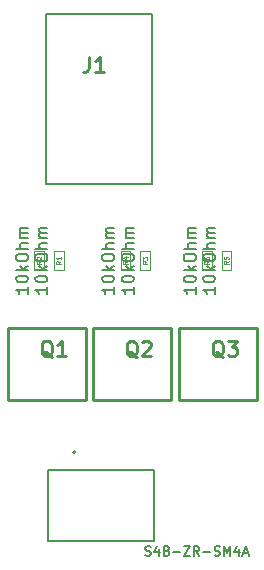
<source format=gbr>
%TF.GenerationSoftware,KiCad,Pcbnew,7.0.7*%
%TF.CreationDate,2024-03-20T19:05:46+01:00*%
%TF.ProjectId,DriverRGB_v2,44726976-6572-4524-9742-5f76322e6b69,v02*%
%TF.SameCoordinates,Original*%
%TF.FileFunction,AssemblyDrawing,Top*%
%FSLAX46Y46*%
G04 Gerber Fmt 4.6, Leading zero omitted, Abs format (unit mm)*
G04 Created by KiCad (PCBNEW 7.0.7) date 2024-03-20 19:05:46*
%MOMM*%
%LPD*%
G01*
G04 APERTURE LIST*
%ADD10C,0.254000*%
%ADD11C,0.150000*%
%ADD12C,0.060000*%
%ADD13C,0.127000*%
%ADD14C,0.200000*%
%ADD15C,0.100000*%
G04 APERTURE END LIST*
D10*
X142886847Y-104972720D02*
X142765895Y-104912244D01*
X142765895Y-104912244D02*
X142644942Y-104791292D01*
X142644942Y-104791292D02*
X142463514Y-104609863D01*
X142463514Y-104609863D02*
X142342561Y-104549387D01*
X142342561Y-104549387D02*
X142221609Y-104549387D01*
X142282085Y-104851768D02*
X142161133Y-104791292D01*
X142161133Y-104791292D02*
X142040180Y-104670339D01*
X142040180Y-104670339D02*
X141979704Y-104428434D01*
X141979704Y-104428434D02*
X141979704Y-104005101D01*
X141979704Y-104005101D02*
X142040180Y-103763196D01*
X142040180Y-103763196D02*
X142161133Y-103642244D01*
X142161133Y-103642244D02*
X142282085Y-103581768D01*
X142282085Y-103581768D02*
X142523990Y-103581768D01*
X142523990Y-103581768D02*
X142644942Y-103642244D01*
X142644942Y-103642244D02*
X142765895Y-103763196D01*
X142765895Y-103763196D02*
X142826371Y-104005101D01*
X142826371Y-104005101D02*
X142826371Y-104428434D01*
X142826371Y-104428434D02*
X142765895Y-104670339D01*
X142765895Y-104670339D02*
X142644942Y-104791292D01*
X142644942Y-104791292D02*
X142523990Y-104851768D01*
X142523990Y-104851768D02*
X142282085Y-104851768D01*
X144035895Y-104851768D02*
X143310180Y-104851768D01*
X143673037Y-104851768D02*
X143673037Y-103581768D01*
X143673037Y-103581768D02*
X143552085Y-103763196D01*
X143552085Y-103763196D02*
X143431133Y-103884149D01*
X143431133Y-103884149D02*
X143310180Y-103944625D01*
D11*
X150754942Y-121727400D02*
X150869228Y-121765495D01*
X150869228Y-121765495D02*
X151059704Y-121765495D01*
X151059704Y-121765495D02*
X151135895Y-121727400D01*
X151135895Y-121727400D02*
X151173990Y-121689304D01*
X151173990Y-121689304D02*
X151212085Y-121613114D01*
X151212085Y-121613114D02*
X151212085Y-121536923D01*
X151212085Y-121536923D02*
X151173990Y-121460733D01*
X151173990Y-121460733D02*
X151135895Y-121422638D01*
X151135895Y-121422638D02*
X151059704Y-121384542D01*
X151059704Y-121384542D02*
X150907323Y-121346447D01*
X150907323Y-121346447D02*
X150831133Y-121308352D01*
X150831133Y-121308352D02*
X150793038Y-121270257D01*
X150793038Y-121270257D02*
X150754942Y-121194066D01*
X150754942Y-121194066D02*
X150754942Y-121117876D01*
X150754942Y-121117876D02*
X150793038Y-121041685D01*
X150793038Y-121041685D02*
X150831133Y-121003590D01*
X150831133Y-121003590D02*
X150907323Y-120965495D01*
X150907323Y-120965495D02*
X151097800Y-120965495D01*
X151097800Y-120965495D02*
X151212085Y-121003590D01*
X151897800Y-121232161D02*
X151897800Y-121765495D01*
X151707324Y-120927400D02*
X151516847Y-121498828D01*
X151516847Y-121498828D02*
X152012086Y-121498828D01*
X152583514Y-121346447D02*
X152697800Y-121384542D01*
X152697800Y-121384542D02*
X152735895Y-121422638D01*
X152735895Y-121422638D02*
X152773991Y-121498828D01*
X152773991Y-121498828D02*
X152773991Y-121613114D01*
X152773991Y-121613114D02*
X152735895Y-121689304D01*
X152735895Y-121689304D02*
X152697800Y-121727400D01*
X152697800Y-121727400D02*
X152621610Y-121765495D01*
X152621610Y-121765495D02*
X152316848Y-121765495D01*
X152316848Y-121765495D02*
X152316848Y-120965495D01*
X152316848Y-120965495D02*
X152583514Y-120965495D01*
X152583514Y-120965495D02*
X152659705Y-121003590D01*
X152659705Y-121003590D02*
X152697800Y-121041685D01*
X152697800Y-121041685D02*
X152735895Y-121117876D01*
X152735895Y-121117876D02*
X152735895Y-121194066D01*
X152735895Y-121194066D02*
X152697800Y-121270257D01*
X152697800Y-121270257D02*
X152659705Y-121308352D01*
X152659705Y-121308352D02*
X152583514Y-121346447D01*
X152583514Y-121346447D02*
X152316848Y-121346447D01*
X153116848Y-121460733D02*
X153726372Y-121460733D01*
X154031133Y-120965495D02*
X154564467Y-120965495D01*
X154564467Y-120965495D02*
X154031133Y-121765495D01*
X154031133Y-121765495D02*
X154564467Y-121765495D01*
X155326372Y-121765495D02*
X155059705Y-121384542D01*
X154869229Y-121765495D02*
X154869229Y-120965495D01*
X154869229Y-120965495D02*
X155173991Y-120965495D01*
X155173991Y-120965495D02*
X155250181Y-121003590D01*
X155250181Y-121003590D02*
X155288276Y-121041685D01*
X155288276Y-121041685D02*
X155326372Y-121117876D01*
X155326372Y-121117876D02*
X155326372Y-121232161D01*
X155326372Y-121232161D02*
X155288276Y-121308352D01*
X155288276Y-121308352D02*
X155250181Y-121346447D01*
X155250181Y-121346447D02*
X155173991Y-121384542D01*
X155173991Y-121384542D02*
X154869229Y-121384542D01*
X155669229Y-121460733D02*
X156278753Y-121460733D01*
X156621609Y-121727400D02*
X156735895Y-121765495D01*
X156735895Y-121765495D02*
X156926371Y-121765495D01*
X156926371Y-121765495D02*
X157002562Y-121727400D01*
X157002562Y-121727400D02*
X157040657Y-121689304D01*
X157040657Y-121689304D02*
X157078752Y-121613114D01*
X157078752Y-121613114D02*
X157078752Y-121536923D01*
X157078752Y-121536923D02*
X157040657Y-121460733D01*
X157040657Y-121460733D02*
X157002562Y-121422638D01*
X157002562Y-121422638D02*
X156926371Y-121384542D01*
X156926371Y-121384542D02*
X156773990Y-121346447D01*
X156773990Y-121346447D02*
X156697800Y-121308352D01*
X156697800Y-121308352D02*
X156659705Y-121270257D01*
X156659705Y-121270257D02*
X156621609Y-121194066D01*
X156621609Y-121194066D02*
X156621609Y-121117876D01*
X156621609Y-121117876D02*
X156659705Y-121041685D01*
X156659705Y-121041685D02*
X156697800Y-121003590D01*
X156697800Y-121003590D02*
X156773990Y-120965495D01*
X156773990Y-120965495D02*
X156964467Y-120965495D01*
X156964467Y-120965495D02*
X157078752Y-121003590D01*
X157421610Y-121765495D02*
X157421610Y-120965495D01*
X157421610Y-120965495D02*
X157688276Y-121536923D01*
X157688276Y-121536923D02*
X157954943Y-120965495D01*
X157954943Y-120965495D02*
X157954943Y-121765495D01*
X158678753Y-121232161D02*
X158678753Y-121765495D01*
X158488277Y-120927400D02*
X158297800Y-121498828D01*
X158297800Y-121498828D02*
X158793039Y-121498828D01*
X159059705Y-121536923D02*
X159440658Y-121536923D01*
X158983515Y-121765495D02*
X159250182Y-120965495D01*
X159250182Y-120965495D02*
X159516848Y-121765495D01*
D10*
X145978667Y-79532718D02*
X145978667Y-80439861D01*
X145978667Y-80439861D02*
X145918190Y-80621289D01*
X145918190Y-80621289D02*
X145797238Y-80742242D01*
X145797238Y-80742242D02*
X145615809Y-80802718D01*
X145615809Y-80802718D02*
X145494857Y-80802718D01*
X147248667Y-80802718D02*
X146522952Y-80802718D01*
X146885809Y-80802718D02*
X146885809Y-79532718D01*
X146885809Y-79532718D02*
X146764857Y-79714146D01*
X146764857Y-79714146D02*
X146643905Y-79835099D01*
X146643905Y-79835099D02*
X146522952Y-79895575D01*
D11*
X140807619Y-99012095D02*
X140807619Y-99583523D01*
X140807619Y-99297809D02*
X139807619Y-99297809D01*
X139807619Y-99297809D02*
X139950476Y-99393047D01*
X139950476Y-99393047D02*
X140045714Y-99488285D01*
X140045714Y-99488285D02*
X140093333Y-99583523D01*
X139807619Y-98393047D02*
X139807619Y-98297809D01*
X139807619Y-98297809D02*
X139855238Y-98202571D01*
X139855238Y-98202571D02*
X139902857Y-98154952D01*
X139902857Y-98154952D02*
X139998095Y-98107333D01*
X139998095Y-98107333D02*
X140188571Y-98059714D01*
X140188571Y-98059714D02*
X140426666Y-98059714D01*
X140426666Y-98059714D02*
X140617142Y-98107333D01*
X140617142Y-98107333D02*
X140712380Y-98154952D01*
X140712380Y-98154952D02*
X140760000Y-98202571D01*
X140760000Y-98202571D02*
X140807619Y-98297809D01*
X140807619Y-98297809D02*
X140807619Y-98393047D01*
X140807619Y-98393047D02*
X140760000Y-98488285D01*
X140760000Y-98488285D02*
X140712380Y-98535904D01*
X140712380Y-98535904D02*
X140617142Y-98583523D01*
X140617142Y-98583523D02*
X140426666Y-98631142D01*
X140426666Y-98631142D02*
X140188571Y-98631142D01*
X140188571Y-98631142D02*
X139998095Y-98583523D01*
X139998095Y-98583523D02*
X139902857Y-98535904D01*
X139902857Y-98535904D02*
X139855238Y-98488285D01*
X139855238Y-98488285D02*
X139807619Y-98393047D01*
X140807619Y-97631142D02*
X139807619Y-97631142D01*
X140426666Y-97535904D02*
X140807619Y-97250190D01*
X140140952Y-97250190D02*
X140521904Y-97631142D01*
X139807619Y-96631142D02*
X139807619Y-96440666D01*
X139807619Y-96440666D02*
X139855238Y-96345428D01*
X139855238Y-96345428D02*
X139950476Y-96250190D01*
X139950476Y-96250190D02*
X140140952Y-96202571D01*
X140140952Y-96202571D02*
X140474285Y-96202571D01*
X140474285Y-96202571D02*
X140664761Y-96250190D01*
X140664761Y-96250190D02*
X140760000Y-96345428D01*
X140760000Y-96345428D02*
X140807619Y-96440666D01*
X140807619Y-96440666D02*
X140807619Y-96631142D01*
X140807619Y-96631142D02*
X140760000Y-96726380D01*
X140760000Y-96726380D02*
X140664761Y-96821618D01*
X140664761Y-96821618D02*
X140474285Y-96869237D01*
X140474285Y-96869237D02*
X140140952Y-96869237D01*
X140140952Y-96869237D02*
X139950476Y-96821618D01*
X139950476Y-96821618D02*
X139855238Y-96726380D01*
X139855238Y-96726380D02*
X139807619Y-96631142D01*
X140807619Y-95773999D02*
X139807619Y-95773999D01*
X140807619Y-95345428D02*
X140283809Y-95345428D01*
X140283809Y-95345428D02*
X140188571Y-95393047D01*
X140188571Y-95393047D02*
X140140952Y-95488285D01*
X140140952Y-95488285D02*
X140140952Y-95631142D01*
X140140952Y-95631142D02*
X140188571Y-95726380D01*
X140188571Y-95726380D02*
X140236190Y-95773999D01*
X140807619Y-94869237D02*
X140140952Y-94869237D01*
X140236190Y-94869237D02*
X140188571Y-94821618D01*
X140188571Y-94821618D02*
X140140952Y-94726380D01*
X140140952Y-94726380D02*
X140140952Y-94583523D01*
X140140952Y-94583523D02*
X140188571Y-94488285D01*
X140188571Y-94488285D02*
X140283809Y-94440666D01*
X140283809Y-94440666D02*
X140807619Y-94440666D01*
X140283809Y-94440666D02*
X140188571Y-94393047D01*
X140188571Y-94393047D02*
X140140952Y-94297809D01*
X140140952Y-94297809D02*
X140140952Y-94154952D01*
X140140952Y-94154952D02*
X140188571Y-94059713D01*
X140188571Y-94059713D02*
X140283809Y-94012094D01*
X140283809Y-94012094D02*
X140807619Y-94012094D01*
D12*
X141964727Y-96840666D02*
X141774251Y-96973999D01*
X141964727Y-97069237D02*
X141564727Y-97069237D01*
X141564727Y-97069237D02*
X141564727Y-96916856D01*
X141564727Y-96916856D02*
X141583775Y-96878761D01*
X141583775Y-96878761D02*
X141602822Y-96859714D01*
X141602822Y-96859714D02*
X141640918Y-96840666D01*
X141640918Y-96840666D02*
X141698060Y-96840666D01*
X141698060Y-96840666D02*
X141736156Y-96859714D01*
X141736156Y-96859714D02*
X141755203Y-96878761D01*
X141755203Y-96878761D02*
X141774251Y-96916856D01*
X141774251Y-96916856D02*
X141774251Y-97069237D01*
X141602822Y-96688285D02*
X141583775Y-96669237D01*
X141583775Y-96669237D02*
X141564727Y-96631142D01*
X141564727Y-96631142D02*
X141564727Y-96535904D01*
X141564727Y-96535904D02*
X141583775Y-96497809D01*
X141583775Y-96497809D02*
X141602822Y-96478761D01*
X141602822Y-96478761D02*
X141640918Y-96459714D01*
X141640918Y-96459714D02*
X141679013Y-96459714D01*
X141679013Y-96459714D02*
X141736156Y-96478761D01*
X141736156Y-96478761D02*
X141964727Y-96707333D01*
X141964727Y-96707333D02*
X141964727Y-96459714D01*
D10*
X157370847Y-104988070D02*
X157249895Y-104927594D01*
X157249895Y-104927594D02*
X157128942Y-104806642D01*
X157128942Y-104806642D02*
X156947514Y-104625213D01*
X156947514Y-104625213D02*
X156826561Y-104564737D01*
X156826561Y-104564737D02*
X156705609Y-104564737D01*
X156766085Y-104867118D02*
X156645133Y-104806642D01*
X156645133Y-104806642D02*
X156524180Y-104685689D01*
X156524180Y-104685689D02*
X156463704Y-104443784D01*
X156463704Y-104443784D02*
X156463704Y-104020451D01*
X156463704Y-104020451D02*
X156524180Y-103778546D01*
X156524180Y-103778546D02*
X156645133Y-103657594D01*
X156645133Y-103657594D02*
X156766085Y-103597118D01*
X156766085Y-103597118D02*
X157007990Y-103597118D01*
X157007990Y-103597118D02*
X157128942Y-103657594D01*
X157128942Y-103657594D02*
X157249895Y-103778546D01*
X157249895Y-103778546D02*
X157310371Y-104020451D01*
X157310371Y-104020451D02*
X157310371Y-104443784D01*
X157310371Y-104443784D02*
X157249895Y-104685689D01*
X157249895Y-104685689D02*
X157128942Y-104806642D01*
X157128942Y-104806642D02*
X157007990Y-104867118D01*
X157007990Y-104867118D02*
X156766085Y-104867118D01*
X157733704Y-103597118D02*
X158519895Y-103597118D01*
X158519895Y-103597118D02*
X158096561Y-104080927D01*
X158096561Y-104080927D02*
X158277990Y-104080927D01*
X158277990Y-104080927D02*
X158398942Y-104141403D01*
X158398942Y-104141403D02*
X158459418Y-104201880D01*
X158459418Y-104201880D02*
X158519895Y-104322832D01*
X158519895Y-104322832D02*
X158519895Y-104625213D01*
X158519895Y-104625213D02*
X158459418Y-104746165D01*
X158459418Y-104746165D02*
X158398942Y-104806642D01*
X158398942Y-104806642D02*
X158277990Y-104867118D01*
X158277990Y-104867118D02*
X157915133Y-104867118D01*
X157915133Y-104867118D02*
X157794180Y-104806642D01*
X157794180Y-104806642D02*
X157733704Y-104746165D01*
D11*
X142458619Y-99012095D02*
X142458619Y-99583523D01*
X142458619Y-99297809D02*
X141458619Y-99297809D01*
X141458619Y-99297809D02*
X141601476Y-99393047D01*
X141601476Y-99393047D02*
X141696714Y-99488285D01*
X141696714Y-99488285D02*
X141744333Y-99583523D01*
X141458619Y-98393047D02*
X141458619Y-98297809D01*
X141458619Y-98297809D02*
X141506238Y-98202571D01*
X141506238Y-98202571D02*
X141553857Y-98154952D01*
X141553857Y-98154952D02*
X141649095Y-98107333D01*
X141649095Y-98107333D02*
X141839571Y-98059714D01*
X141839571Y-98059714D02*
X142077666Y-98059714D01*
X142077666Y-98059714D02*
X142268142Y-98107333D01*
X142268142Y-98107333D02*
X142363380Y-98154952D01*
X142363380Y-98154952D02*
X142411000Y-98202571D01*
X142411000Y-98202571D02*
X142458619Y-98297809D01*
X142458619Y-98297809D02*
X142458619Y-98393047D01*
X142458619Y-98393047D02*
X142411000Y-98488285D01*
X142411000Y-98488285D02*
X142363380Y-98535904D01*
X142363380Y-98535904D02*
X142268142Y-98583523D01*
X142268142Y-98583523D02*
X142077666Y-98631142D01*
X142077666Y-98631142D02*
X141839571Y-98631142D01*
X141839571Y-98631142D02*
X141649095Y-98583523D01*
X141649095Y-98583523D02*
X141553857Y-98535904D01*
X141553857Y-98535904D02*
X141506238Y-98488285D01*
X141506238Y-98488285D02*
X141458619Y-98393047D01*
X142458619Y-97631142D02*
X141458619Y-97631142D01*
X142077666Y-97535904D02*
X142458619Y-97250190D01*
X141791952Y-97250190D02*
X142172904Y-97631142D01*
X141458619Y-96631142D02*
X141458619Y-96440666D01*
X141458619Y-96440666D02*
X141506238Y-96345428D01*
X141506238Y-96345428D02*
X141601476Y-96250190D01*
X141601476Y-96250190D02*
X141791952Y-96202571D01*
X141791952Y-96202571D02*
X142125285Y-96202571D01*
X142125285Y-96202571D02*
X142315761Y-96250190D01*
X142315761Y-96250190D02*
X142411000Y-96345428D01*
X142411000Y-96345428D02*
X142458619Y-96440666D01*
X142458619Y-96440666D02*
X142458619Y-96631142D01*
X142458619Y-96631142D02*
X142411000Y-96726380D01*
X142411000Y-96726380D02*
X142315761Y-96821618D01*
X142315761Y-96821618D02*
X142125285Y-96869237D01*
X142125285Y-96869237D02*
X141791952Y-96869237D01*
X141791952Y-96869237D02*
X141601476Y-96821618D01*
X141601476Y-96821618D02*
X141506238Y-96726380D01*
X141506238Y-96726380D02*
X141458619Y-96631142D01*
X142458619Y-95773999D02*
X141458619Y-95773999D01*
X142458619Y-95345428D02*
X141934809Y-95345428D01*
X141934809Y-95345428D02*
X141839571Y-95393047D01*
X141839571Y-95393047D02*
X141791952Y-95488285D01*
X141791952Y-95488285D02*
X141791952Y-95631142D01*
X141791952Y-95631142D02*
X141839571Y-95726380D01*
X141839571Y-95726380D02*
X141887190Y-95773999D01*
X142458619Y-94869237D02*
X141791952Y-94869237D01*
X141887190Y-94869237D02*
X141839571Y-94821618D01*
X141839571Y-94821618D02*
X141791952Y-94726380D01*
X141791952Y-94726380D02*
X141791952Y-94583523D01*
X141791952Y-94583523D02*
X141839571Y-94488285D01*
X141839571Y-94488285D02*
X141934809Y-94440666D01*
X141934809Y-94440666D02*
X142458619Y-94440666D01*
X141934809Y-94440666D02*
X141839571Y-94393047D01*
X141839571Y-94393047D02*
X141791952Y-94297809D01*
X141791952Y-94297809D02*
X141791952Y-94154952D01*
X141791952Y-94154952D02*
X141839571Y-94059713D01*
X141839571Y-94059713D02*
X141934809Y-94012094D01*
X141934809Y-94012094D02*
X142458619Y-94012094D01*
D12*
X143615727Y-96840666D02*
X143425251Y-96973999D01*
X143615727Y-97069237D02*
X143215727Y-97069237D01*
X143215727Y-97069237D02*
X143215727Y-96916856D01*
X143215727Y-96916856D02*
X143234775Y-96878761D01*
X143234775Y-96878761D02*
X143253822Y-96859714D01*
X143253822Y-96859714D02*
X143291918Y-96840666D01*
X143291918Y-96840666D02*
X143349060Y-96840666D01*
X143349060Y-96840666D02*
X143387156Y-96859714D01*
X143387156Y-96859714D02*
X143406203Y-96878761D01*
X143406203Y-96878761D02*
X143425251Y-96916856D01*
X143425251Y-96916856D02*
X143425251Y-97069237D01*
X143615727Y-96459714D02*
X143615727Y-96688285D01*
X143615727Y-96573999D02*
X143215727Y-96573999D01*
X143215727Y-96573999D02*
X143272870Y-96612095D01*
X143272870Y-96612095D02*
X143310965Y-96650190D01*
X143310965Y-96650190D02*
X143330013Y-96688285D01*
D11*
X148097419Y-99012095D02*
X148097419Y-99583523D01*
X148097419Y-99297809D02*
X147097419Y-99297809D01*
X147097419Y-99297809D02*
X147240276Y-99393047D01*
X147240276Y-99393047D02*
X147335514Y-99488285D01*
X147335514Y-99488285D02*
X147383133Y-99583523D01*
X147097419Y-98393047D02*
X147097419Y-98297809D01*
X147097419Y-98297809D02*
X147145038Y-98202571D01*
X147145038Y-98202571D02*
X147192657Y-98154952D01*
X147192657Y-98154952D02*
X147287895Y-98107333D01*
X147287895Y-98107333D02*
X147478371Y-98059714D01*
X147478371Y-98059714D02*
X147716466Y-98059714D01*
X147716466Y-98059714D02*
X147906942Y-98107333D01*
X147906942Y-98107333D02*
X148002180Y-98154952D01*
X148002180Y-98154952D02*
X148049800Y-98202571D01*
X148049800Y-98202571D02*
X148097419Y-98297809D01*
X148097419Y-98297809D02*
X148097419Y-98393047D01*
X148097419Y-98393047D02*
X148049800Y-98488285D01*
X148049800Y-98488285D02*
X148002180Y-98535904D01*
X148002180Y-98535904D02*
X147906942Y-98583523D01*
X147906942Y-98583523D02*
X147716466Y-98631142D01*
X147716466Y-98631142D02*
X147478371Y-98631142D01*
X147478371Y-98631142D02*
X147287895Y-98583523D01*
X147287895Y-98583523D02*
X147192657Y-98535904D01*
X147192657Y-98535904D02*
X147145038Y-98488285D01*
X147145038Y-98488285D02*
X147097419Y-98393047D01*
X148097419Y-97631142D02*
X147097419Y-97631142D01*
X147716466Y-97535904D02*
X148097419Y-97250190D01*
X147430752Y-97250190D02*
X147811704Y-97631142D01*
X147097419Y-96631142D02*
X147097419Y-96440666D01*
X147097419Y-96440666D02*
X147145038Y-96345428D01*
X147145038Y-96345428D02*
X147240276Y-96250190D01*
X147240276Y-96250190D02*
X147430752Y-96202571D01*
X147430752Y-96202571D02*
X147764085Y-96202571D01*
X147764085Y-96202571D02*
X147954561Y-96250190D01*
X147954561Y-96250190D02*
X148049800Y-96345428D01*
X148049800Y-96345428D02*
X148097419Y-96440666D01*
X148097419Y-96440666D02*
X148097419Y-96631142D01*
X148097419Y-96631142D02*
X148049800Y-96726380D01*
X148049800Y-96726380D02*
X147954561Y-96821618D01*
X147954561Y-96821618D02*
X147764085Y-96869237D01*
X147764085Y-96869237D02*
X147430752Y-96869237D01*
X147430752Y-96869237D02*
X147240276Y-96821618D01*
X147240276Y-96821618D02*
X147145038Y-96726380D01*
X147145038Y-96726380D02*
X147097419Y-96631142D01*
X148097419Y-95773999D02*
X147097419Y-95773999D01*
X148097419Y-95345428D02*
X147573609Y-95345428D01*
X147573609Y-95345428D02*
X147478371Y-95393047D01*
X147478371Y-95393047D02*
X147430752Y-95488285D01*
X147430752Y-95488285D02*
X147430752Y-95631142D01*
X147430752Y-95631142D02*
X147478371Y-95726380D01*
X147478371Y-95726380D02*
X147525990Y-95773999D01*
X148097419Y-94869237D02*
X147430752Y-94869237D01*
X147525990Y-94869237D02*
X147478371Y-94821618D01*
X147478371Y-94821618D02*
X147430752Y-94726380D01*
X147430752Y-94726380D02*
X147430752Y-94583523D01*
X147430752Y-94583523D02*
X147478371Y-94488285D01*
X147478371Y-94488285D02*
X147573609Y-94440666D01*
X147573609Y-94440666D02*
X148097419Y-94440666D01*
X147573609Y-94440666D02*
X147478371Y-94393047D01*
X147478371Y-94393047D02*
X147430752Y-94297809D01*
X147430752Y-94297809D02*
X147430752Y-94154952D01*
X147430752Y-94154952D02*
X147478371Y-94059713D01*
X147478371Y-94059713D02*
X147573609Y-94012094D01*
X147573609Y-94012094D02*
X148097419Y-94012094D01*
D12*
X149254527Y-96840666D02*
X149064051Y-96973999D01*
X149254527Y-97069237D02*
X148854527Y-97069237D01*
X148854527Y-97069237D02*
X148854527Y-96916856D01*
X148854527Y-96916856D02*
X148873575Y-96878761D01*
X148873575Y-96878761D02*
X148892622Y-96859714D01*
X148892622Y-96859714D02*
X148930718Y-96840666D01*
X148930718Y-96840666D02*
X148987860Y-96840666D01*
X148987860Y-96840666D02*
X149025956Y-96859714D01*
X149025956Y-96859714D02*
X149045003Y-96878761D01*
X149045003Y-96878761D02*
X149064051Y-96916856D01*
X149064051Y-96916856D02*
X149064051Y-97069237D01*
X148987860Y-96497809D02*
X149254527Y-96497809D01*
X148835480Y-96593047D02*
X149121194Y-96688285D01*
X149121194Y-96688285D02*
X149121194Y-96440666D01*
D11*
X149773819Y-99011095D02*
X149773819Y-99582523D01*
X149773819Y-99296809D02*
X148773819Y-99296809D01*
X148773819Y-99296809D02*
X148916676Y-99392047D01*
X148916676Y-99392047D02*
X149011914Y-99487285D01*
X149011914Y-99487285D02*
X149059533Y-99582523D01*
X148773819Y-98392047D02*
X148773819Y-98296809D01*
X148773819Y-98296809D02*
X148821438Y-98201571D01*
X148821438Y-98201571D02*
X148869057Y-98153952D01*
X148869057Y-98153952D02*
X148964295Y-98106333D01*
X148964295Y-98106333D02*
X149154771Y-98058714D01*
X149154771Y-98058714D02*
X149392866Y-98058714D01*
X149392866Y-98058714D02*
X149583342Y-98106333D01*
X149583342Y-98106333D02*
X149678580Y-98153952D01*
X149678580Y-98153952D02*
X149726200Y-98201571D01*
X149726200Y-98201571D02*
X149773819Y-98296809D01*
X149773819Y-98296809D02*
X149773819Y-98392047D01*
X149773819Y-98392047D02*
X149726200Y-98487285D01*
X149726200Y-98487285D02*
X149678580Y-98534904D01*
X149678580Y-98534904D02*
X149583342Y-98582523D01*
X149583342Y-98582523D02*
X149392866Y-98630142D01*
X149392866Y-98630142D02*
X149154771Y-98630142D01*
X149154771Y-98630142D02*
X148964295Y-98582523D01*
X148964295Y-98582523D02*
X148869057Y-98534904D01*
X148869057Y-98534904D02*
X148821438Y-98487285D01*
X148821438Y-98487285D02*
X148773819Y-98392047D01*
X149773819Y-97630142D02*
X148773819Y-97630142D01*
X149392866Y-97534904D02*
X149773819Y-97249190D01*
X149107152Y-97249190D02*
X149488104Y-97630142D01*
X148773819Y-96630142D02*
X148773819Y-96439666D01*
X148773819Y-96439666D02*
X148821438Y-96344428D01*
X148821438Y-96344428D02*
X148916676Y-96249190D01*
X148916676Y-96249190D02*
X149107152Y-96201571D01*
X149107152Y-96201571D02*
X149440485Y-96201571D01*
X149440485Y-96201571D02*
X149630961Y-96249190D01*
X149630961Y-96249190D02*
X149726200Y-96344428D01*
X149726200Y-96344428D02*
X149773819Y-96439666D01*
X149773819Y-96439666D02*
X149773819Y-96630142D01*
X149773819Y-96630142D02*
X149726200Y-96725380D01*
X149726200Y-96725380D02*
X149630961Y-96820618D01*
X149630961Y-96820618D02*
X149440485Y-96868237D01*
X149440485Y-96868237D02*
X149107152Y-96868237D01*
X149107152Y-96868237D02*
X148916676Y-96820618D01*
X148916676Y-96820618D02*
X148821438Y-96725380D01*
X148821438Y-96725380D02*
X148773819Y-96630142D01*
X149773819Y-95772999D02*
X148773819Y-95772999D01*
X149773819Y-95344428D02*
X149250009Y-95344428D01*
X149250009Y-95344428D02*
X149154771Y-95392047D01*
X149154771Y-95392047D02*
X149107152Y-95487285D01*
X149107152Y-95487285D02*
X149107152Y-95630142D01*
X149107152Y-95630142D02*
X149154771Y-95725380D01*
X149154771Y-95725380D02*
X149202390Y-95772999D01*
X149773819Y-94868237D02*
X149107152Y-94868237D01*
X149202390Y-94868237D02*
X149154771Y-94820618D01*
X149154771Y-94820618D02*
X149107152Y-94725380D01*
X149107152Y-94725380D02*
X149107152Y-94582523D01*
X149107152Y-94582523D02*
X149154771Y-94487285D01*
X149154771Y-94487285D02*
X149250009Y-94439666D01*
X149250009Y-94439666D02*
X149773819Y-94439666D01*
X149250009Y-94439666D02*
X149154771Y-94392047D01*
X149154771Y-94392047D02*
X149107152Y-94296809D01*
X149107152Y-94296809D02*
X149107152Y-94153952D01*
X149107152Y-94153952D02*
X149154771Y-94058713D01*
X149154771Y-94058713D02*
X149250009Y-94011094D01*
X149250009Y-94011094D02*
X149773819Y-94011094D01*
D12*
X150930927Y-96839666D02*
X150740451Y-96972999D01*
X150930927Y-97068237D02*
X150530927Y-97068237D01*
X150530927Y-97068237D02*
X150530927Y-96915856D01*
X150530927Y-96915856D02*
X150549975Y-96877761D01*
X150549975Y-96877761D02*
X150569022Y-96858714D01*
X150569022Y-96858714D02*
X150607118Y-96839666D01*
X150607118Y-96839666D02*
X150664260Y-96839666D01*
X150664260Y-96839666D02*
X150702356Y-96858714D01*
X150702356Y-96858714D02*
X150721403Y-96877761D01*
X150721403Y-96877761D02*
X150740451Y-96915856D01*
X150740451Y-96915856D02*
X150740451Y-97068237D01*
X150530927Y-96706333D02*
X150530927Y-96458714D01*
X150530927Y-96458714D02*
X150683308Y-96592047D01*
X150683308Y-96592047D02*
X150683308Y-96534904D01*
X150683308Y-96534904D02*
X150702356Y-96496809D01*
X150702356Y-96496809D02*
X150721403Y-96477761D01*
X150721403Y-96477761D02*
X150759499Y-96458714D01*
X150759499Y-96458714D02*
X150854737Y-96458714D01*
X150854737Y-96458714D02*
X150892832Y-96477761D01*
X150892832Y-96477761D02*
X150911880Y-96496809D01*
X150911880Y-96496809D02*
X150930927Y-96534904D01*
X150930927Y-96534904D02*
X150930927Y-96649190D01*
X150930927Y-96649190D02*
X150911880Y-96687285D01*
X150911880Y-96687285D02*
X150892832Y-96706333D01*
D11*
X155012219Y-99011295D02*
X155012219Y-99582723D01*
X155012219Y-99297009D02*
X154012219Y-99297009D01*
X154012219Y-99297009D02*
X154155076Y-99392247D01*
X154155076Y-99392247D02*
X154250314Y-99487485D01*
X154250314Y-99487485D02*
X154297933Y-99582723D01*
X154012219Y-98392247D02*
X154012219Y-98297009D01*
X154012219Y-98297009D02*
X154059838Y-98201771D01*
X154059838Y-98201771D02*
X154107457Y-98154152D01*
X154107457Y-98154152D02*
X154202695Y-98106533D01*
X154202695Y-98106533D02*
X154393171Y-98058914D01*
X154393171Y-98058914D02*
X154631266Y-98058914D01*
X154631266Y-98058914D02*
X154821742Y-98106533D01*
X154821742Y-98106533D02*
X154916980Y-98154152D01*
X154916980Y-98154152D02*
X154964600Y-98201771D01*
X154964600Y-98201771D02*
X155012219Y-98297009D01*
X155012219Y-98297009D02*
X155012219Y-98392247D01*
X155012219Y-98392247D02*
X154964600Y-98487485D01*
X154964600Y-98487485D02*
X154916980Y-98535104D01*
X154916980Y-98535104D02*
X154821742Y-98582723D01*
X154821742Y-98582723D02*
X154631266Y-98630342D01*
X154631266Y-98630342D02*
X154393171Y-98630342D01*
X154393171Y-98630342D02*
X154202695Y-98582723D01*
X154202695Y-98582723D02*
X154107457Y-98535104D01*
X154107457Y-98535104D02*
X154059838Y-98487485D01*
X154059838Y-98487485D02*
X154012219Y-98392247D01*
X155012219Y-97630342D02*
X154012219Y-97630342D01*
X154631266Y-97535104D02*
X155012219Y-97249390D01*
X154345552Y-97249390D02*
X154726504Y-97630342D01*
X154012219Y-96630342D02*
X154012219Y-96439866D01*
X154012219Y-96439866D02*
X154059838Y-96344628D01*
X154059838Y-96344628D02*
X154155076Y-96249390D01*
X154155076Y-96249390D02*
X154345552Y-96201771D01*
X154345552Y-96201771D02*
X154678885Y-96201771D01*
X154678885Y-96201771D02*
X154869361Y-96249390D01*
X154869361Y-96249390D02*
X154964600Y-96344628D01*
X154964600Y-96344628D02*
X155012219Y-96439866D01*
X155012219Y-96439866D02*
X155012219Y-96630342D01*
X155012219Y-96630342D02*
X154964600Y-96725580D01*
X154964600Y-96725580D02*
X154869361Y-96820818D01*
X154869361Y-96820818D02*
X154678885Y-96868437D01*
X154678885Y-96868437D02*
X154345552Y-96868437D01*
X154345552Y-96868437D02*
X154155076Y-96820818D01*
X154155076Y-96820818D02*
X154059838Y-96725580D01*
X154059838Y-96725580D02*
X154012219Y-96630342D01*
X155012219Y-95773199D02*
X154012219Y-95773199D01*
X155012219Y-95344628D02*
X154488409Y-95344628D01*
X154488409Y-95344628D02*
X154393171Y-95392247D01*
X154393171Y-95392247D02*
X154345552Y-95487485D01*
X154345552Y-95487485D02*
X154345552Y-95630342D01*
X154345552Y-95630342D02*
X154393171Y-95725580D01*
X154393171Y-95725580D02*
X154440790Y-95773199D01*
X155012219Y-94868437D02*
X154345552Y-94868437D01*
X154440790Y-94868437D02*
X154393171Y-94820818D01*
X154393171Y-94820818D02*
X154345552Y-94725580D01*
X154345552Y-94725580D02*
X154345552Y-94582723D01*
X154345552Y-94582723D02*
X154393171Y-94487485D01*
X154393171Y-94487485D02*
X154488409Y-94439866D01*
X154488409Y-94439866D02*
X155012219Y-94439866D01*
X154488409Y-94439866D02*
X154393171Y-94392247D01*
X154393171Y-94392247D02*
X154345552Y-94297009D01*
X154345552Y-94297009D02*
X154345552Y-94154152D01*
X154345552Y-94154152D02*
X154393171Y-94058913D01*
X154393171Y-94058913D02*
X154488409Y-94011294D01*
X154488409Y-94011294D02*
X155012219Y-94011294D01*
D12*
X156169327Y-96839866D02*
X155978851Y-96973199D01*
X156169327Y-97068437D02*
X155769327Y-97068437D01*
X155769327Y-97068437D02*
X155769327Y-96916056D01*
X155769327Y-96916056D02*
X155788375Y-96877961D01*
X155788375Y-96877961D02*
X155807422Y-96858914D01*
X155807422Y-96858914D02*
X155845518Y-96839866D01*
X155845518Y-96839866D02*
X155902660Y-96839866D01*
X155902660Y-96839866D02*
X155940756Y-96858914D01*
X155940756Y-96858914D02*
X155959803Y-96877961D01*
X155959803Y-96877961D02*
X155978851Y-96916056D01*
X155978851Y-96916056D02*
X155978851Y-97068437D01*
X155769327Y-96497009D02*
X155769327Y-96573199D01*
X155769327Y-96573199D02*
X155788375Y-96611295D01*
X155788375Y-96611295D02*
X155807422Y-96630342D01*
X155807422Y-96630342D02*
X155864565Y-96668437D01*
X155864565Y-96668437D02*
X155940756Y-96687485D01*
X155940756Y-96687485D02*
X156093137Y-96687485D01*
X156093137Y-96687485D02*
X156131232Y-96668437D01*
X156131232Y-96668437D02*
X156150280Y-96649390D01*
X156150280Y-96649390D02*
X156169327Y-96611295D01*
X156169327Y-96611295D02*
X156169327Y-96535104D01*
X156169327Y-96535104D02*
X156150280Y-96497009D01*
X156150280Y-96497009D02*
X156131232Y-96477961D01*
X156131232Y-96477961D02*
X156093137Y-96458914D01*
X156093137Y-96458914D02*
X155997899Y-96458914D01*
X155997899Y-96458914D02*
X155959803Y-96477961D01*
X155959803Y-96477961D02*
X155940756Y-96497009D01*
X155940756Y-96497009D02*
X155921708Y-96535104D01*
X155921708Y-96535104D02*
X155921708Y-96611295D01*
X155921708Y-96611295D02*
X155940756Y-96649390D01*
X155940756Y-96649390D02*
X155959803Y-96668437D01*
X155959803Y-96668437D02*
X155997899Y-96687485D01*
D10*
X150075047Y-104988870D02*
X149954095Y-104928394D01*
X149954095Y-104928394D02*
X149833142Y-104807442D01*
X149833142Y-104807442D02*
X149651714Y-104626013D01*
X149651714Y-104626013D02*
X149530761Y-104565537D01*
X149530761Y-104565537D02*
X149409809Y-104565537D01*
X149470285Y-104867918D02*
X149349333Y-104807442D01*
X149349333Y-104807442D02*
X149228380Y-104686489D01*
X149228380Y-104686489D02*
X149167904Y-104444584D01*
X149167904Y-104444584D02*
X149167904Y-104021251D01*
X149167904Y-104021251D02*
X149228380Y-103779346D01*
X149228380Y-103779346D02*
X149349333Y-103658394D01*
X149349333Y-103658394D02*
X149470285Y-103597918D01*
X149470285Y-103597918D02*
X149712190Y-103597918D01*
X149712190Y-103597918D02*
X149833142Y-103658394D01*
X149833142Y-103658394D02*
X149954095Y-103779346D01*
X149954095Y-103779346D02*
X150014571Y-104021251D01*
X150014571Y-104021251D02*
X150014571Y-104444584D01*
X150014571Y-104444584D02*
X149954095Y-104686489D01*
X149954095Y-104686489D02*
X149833142Y-104807442D01*
X149833142Y-104807442D02*
X149712190Y-104867918D01*
X149712190Y-104867918D02*
X149470285Y-104867918D01*
X150498380Y-103718870D02*
X150558856Y-103658394D01*
X150558856Y-103658394D02*
X150679809Y-103597918D01*
X150679809Y-103597918D02*
X150982190Y-103597918D01*
X150982190Y-103597918D02*
X151103142Y-103658394D01*
X151103142Y-103658394D02*
X151163618Y-103718870D01*
X151163618Y-103718870D02*
X151224095Y-103839822D01*
X151224095Y-103839822D02*
X151224095Y-103960775D01*
X151224095Y-103960775D02*
X151163618Y-104142203D01*
X151163618Y-104142203D02*
X150437904Y-104867918D01*
X150437904Y-104867918D02*
X151224095Y-104867918D01*
D11*
X156663219Y-99011295D02*
X156663219Y-99582723D01*
X156663219Y-99297009D02*
X155663219Y-99297009D01*
X155663219Y-99297009D02*
X155806076Y-99392247D01*
X155806076Y-99392247D02*
X155901314Y-99487485D01*
X155901314Y-99487485D02*
X155948933Y-99582723D01*
X155663219Y-98392247D02*
X155663219Y-98297009D01*
X155663219Y-98297009D02*
X155710838Y-98201771D01*
X155710838Y-98201771D02*
X155758457Y-98154152D01*
X155758457Y-98154152D02*
X155853695Y-98106533D01*
X155853695Y-98106533D02*
X156044171Y-98058914D01*
X156044171Y-98058914D02*
X156282266Y-98058914D01*
X156282266Y-98058914D02*
X156472742Y-98106533D01*
X156472742Y-98106533D02*
X156567980Y-98154152D01*
X156567980Y-98154152D02*
X156615600Y-98201771D01*
X156615600Y-98201771D02*
X156663219Y-98297009D01*
X156663219Y-98297009D02*
X156663219Y-98392247D01*
X156663219Y-98392247D02*
X156615600Y-98487485D01*
X156615600Y-98487485D02*
X156567980Y-98535104D01*
X156567980Y-98535104D02*
X156472742Y-98582723D01*
X156472742Y-98582723D02*
X156282266Y-98630342D01*
X156282266Y-98630342D02*
X156044171Y-98630342D01*
X156044171Y-98630342D02*
X155853695Y-98582723D01*
X155853695Y-98582723D02*
X155758457Y-98535104D01*
X155758457Y-98535104D02*
X155710838Y-98487485D01*
X155710838Y-98487485D02*
X155663219Y-98392247D01*
X156663219Y-97630342D02*
X155663219Y-97630342D01*
X156282266Y-97535104D02*
X156663219Y-97249390D01*
X155996552Y-97249390D02*
X156377504Y-97630342D01*
X155663219Y-96630342D02*
X155663219Y-96439866D01*
X155663219Y-96439866D02*
X155710838Y-96344628D01*
X155710838Y-96344628D02*
X155806076Y-96249390D01*
X155806076Y-96249390D02*
X155996552Y-96201771D01*
X155996552Y-96201771D02*
X156329885Y-96201771D01*
X156329885Y-96201771D02*
X156520361Y-96249390D01*
X156520361Y-96249390D02*
X156615600Y-96344628D01*
X156615600Y-96344628D02*
X156663219Y-96439866D01*
X156663219Y-96439866D02*
X156663219Y-96630342D01*
X156663219Y-96630342D02*
X156615600Y-96725580D01*
X156615600Y-96725580D02*
X156520361Y-96820818D01*
X156520361Y-96820818D02*
X156329885Y-96868437D01*
X156329885Y-96868437D02*
X155996552Y-96868437D01*
X155996552Y-96868437D02*
X155806076Y-96820818D01*
X155806076Y-96820818D02*
X155710838Y-96725580D01*
X155710838Y-96725580D02*
X155663219Y-96630342D01*
X156663219Y-95773199D02*
X155663219Y-95773199D01*
X156663219Y-95344628D02*
X156139409Y-95344628D01*
X156139409Y-95344628D02*
X156044171Y-95392247D01*
X156044171Y-95392247D02*
X155996552Y-95487485D01*
X155996552Y-95487485D02*
X155996552Y-95630342D01*
X155996552Y-95630342D02*
X156044171Y-95725580D01*
X156044171Y-95725580D02*
X156091790Y-95773199D01*
X156663219Y-94868437D02*
X155996552Y-94868437D01*
X156091790Y-94868437D02*
X156044171Y-94820818D01*
X156044171Y-94820818D02*
X155996552Y-94725580D01*
X155996552Y-94725580D02*
X155996552Y-94582723D01*
X155996552Y-94582723D02*
X156044171Y-94487485D01*
X156044171Y-94487485D02*
X156139409Y-94439866D01*
X156139409Y-94439866D02*
X156663219Y-94439866D01*
X156139409Y-94439866D02*
X156044171Y-94392247D01*
X156044171Y-94392247D02*
X155996552Y-94297009D01*
X155996552Y-94297009D02*
X155996552Y-94154152D01*
X155996552Y-94154152D02*
X156044171Y-94058913D01*
X156044171Y-94058913D02*
X156139409Y-94011294D01*
X156139409Y-94011294D02*
X156663219Y-94011294D01*
D12*
X157820327Y-96839866D02*
X157629851Y-96973199D01*
X157820327Y-97068437D02*
X157420327Y-97068437D01*
X157420327Y-97068437D02*
X157420327Y-96916056D01*
X157420327Y-96916056D02*
X157439375Y-96877961D01*
X157439375Y-96877961D02*
X157458422Y-96858914D01*
X157458422Y-96858914D02*
X157496518Y-96839866D01*
X157496518Y-96839866D02*
X157553660Y-96839866D01*
X157553660Y-96839866D02*
X157591756Y-96858914D01*
X157591756Y-96858914D02*
X157610803Y-96877961D01*
X157610803Y-96877961D02*
X157629851Y-96916056D01*
X157629851Y-96916056D02*
X157629851Y-97068437D01*
X157420327Y-96477961D02*
X157420327Y-96668437D01*
X157420327Y-96668437D02*
X157610803Y-96687485D01*
X157610803Y-96687485D02*
X157591756Y-96668437D01*
X157591756Y-96668437D02*
X157572708Y-96630342D01*
X157572708Y-96630342D02*
X157572708Y-96535104D01*
X157572708Y-96535104D02*
X157591756Y-96497009D01*
X157591756Y-96497009D02*
X157610803Y-96477961D01*
X157610803Y-96477961D02*
X157648899Y-96458914D01*
X157648899Y-96458914D02*
X157744137Y-96458914D01*
X157744137Y-96458914D02*
X157782232Y-96477961D01*
X157782232Y-96477961D02*
X157801280Y-96497009D01*
X157801280Y-96497009D02*
X157820327Y-96535104D01*
X157820327Y-96535104D02*
X157820327Y-96630342D01*
X157820327Y-96630342D02*
X157801280Y-96668437D01*
X157801280Y-96668437D02*
X157782232Y-96687485D01*
D10*
%TO.C,Q1*%
X145717800Y-108565450D02*
X139117800Y-108565450D01*
X145717800Y-102465450D02*
X145717800Y-108565450D01*
X139117800Y-108565450D02*
X139117800Y-102465450D01*
X139117800Y-102465450D02*
X145717800Y-102465450D01*
D13*
%TO.C,J2*%
X142489800Y-114561200D02*
X151489800Y-114561200D01*
X142489800Y-120561200D02*
X142489800Y-114561200D01*
X151489800Y-114561200D02*
X151489800Y-120561200D01*
X151489800Y-120561200D02*
X142489800Y-120561200D01*
D14*
X144839800Y-113011200D02*
G75*
G03*
X144839800Y-113011200I-100000J0D01*
G01*
%TO.C,J1*%
X142367000Y-75939400D02*
X142367000Y-90339400D01*
X142367000Y-90339400D02*
X151367000Y-90339400D01*
X151367000Y-75939400D02*
X142367000Y-75939400D01*
X151367000Y-90339400D02*
X151367000Y-75939400D01*
D15*
%TO.C,R2*%
X142195300Y-95974000D02*
X142195300Y-97574000D01*
X141370300Y-95974000D02*
X142195300Y-95974000D01*
X142195300Y-97574000D02*
X141370300Y-97574000D01*
X141370300Y-97574000D02*
X141370300Y-95974000D01*
D10*
%TO.C,Q3*%
X160201800Y-108580800D02*
X153601800Y-108580800D01*
X160201800Y-102480800D02*
X160201800Y-108580800D01*
X153601800Y-108580800D02*
X153601800Y-102480800D01*
X153601800Y-102480800D02*
X160201800Y-102480800D01*
D15*
%TO.C,R1*%
X143846300Y-95974000D02*
X143846300Y-97574000D01*
X143021300Y-95974000D02*
X143846300Y-95974000D01*
X143846300Y-97574000D02*
X143021300Y-97574000D01*
X143021300Y-97574000D02*
X143021300Y-95974000D01*
%TO.C,R4*%
X149485100Y-95974000D02*
X149485100Y-97574000D01*
X148660100Y-95974000D02*
X149485100Y-95974000D01*
X149485100Y-97574000D02*
X148660100Y-97574000D01*
X148660100Y-97574000D02*
X148660100Y-95974000D01*
%TO.C,R3*%
X151161500Y-95973000D02*
X151161500Y-97573000D01*
X150336500Y-95973000D02*
X151161500Y-95973000D01*
X151161500Y-97573000D02*
X150336500Y-97573000D01*
X150336500Y-97573000D02*
X150336500Y-95973000D01*
%TO.C,R6*%
X156399900Y-95973200D02*
X156399900Y-97573200D01*
X155574900Y-95973200D02*
X156399900Y-95973200D01*
X156399900Y-97573200D02*
X155574900Y-97573200D01*
X155574900Y-97573200D02*
X155574900Y-95973200D01*
D10*
%TO.C,Q2*%
X152906000Y-108581600D02*
X146306000Y-108581600D01*
X152906000Y-102481600D02*
X152906000Y-108581600D01*
X146306000Y-108581600D02*
X146306000Y-102481600D01*
X146306000Y-102481600D02*
X152906000Y-102481600D01*
D15*
%TO.C,R5*%
X158050900Y-95973200D02*
X158050900Y-97573200D01*
X157225900Y-95973200D02*
X158050900Y-95973200D01*
X158050900Y-97573200D02*
X157225900Y-97573200D01*
X157225900Y-97573200D02*
X157225900Y-95973200D01*
%TD*%
M02*

</source>
